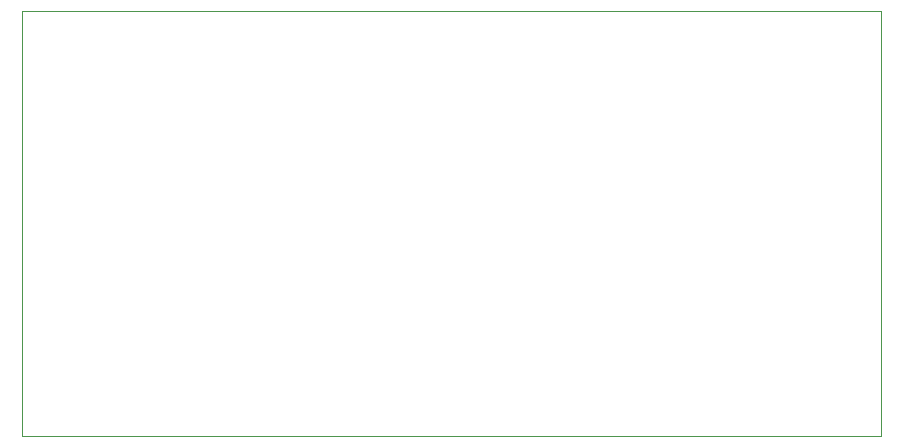
<source format=gbr>
G04 #@! TF.GenerationSoftware,KiCad,Pcbnew,(5.1.2)-1*
G04 #@! TF.CreationDate,2019-09-12T11:23:12+09:00*
G04 #@! TF.ProjectId,_______,cb081b8a-5f47-4622-9e6b-696361645f70,rev?*
G04 #@! TF.SameCoordinates,Original*
G04 #@! TF.FileFunction,Profile,NP*
%FSLAX46Y46*%
G04 Gerber Fmt 4.6, Leading zero omitted, Abs format (unit mm)*
G04 Created by KiCad (PCBNEW (5.1.2)-1) date 2019-09-12 11:23:12*
%MOMM*%
%LPD*%
G04 APERTURE LIST*
%ADD10C,0.050000*%
G04 APERTURE END LIST*
D10*
X86250000Y-80000000D02*
X86250000Y-83250000D01*
X159000000Y-80000000D02*
X86250000Y-80000000D01*
X159000000Y-116000000D02*
X159000000Y-80000000D01*
X86250000Y-116000000D02*
X159000000Y-116000000D01*
X86250000Y-83250000D02*
X86250000Y-116000000D01*
M02*

</source>
